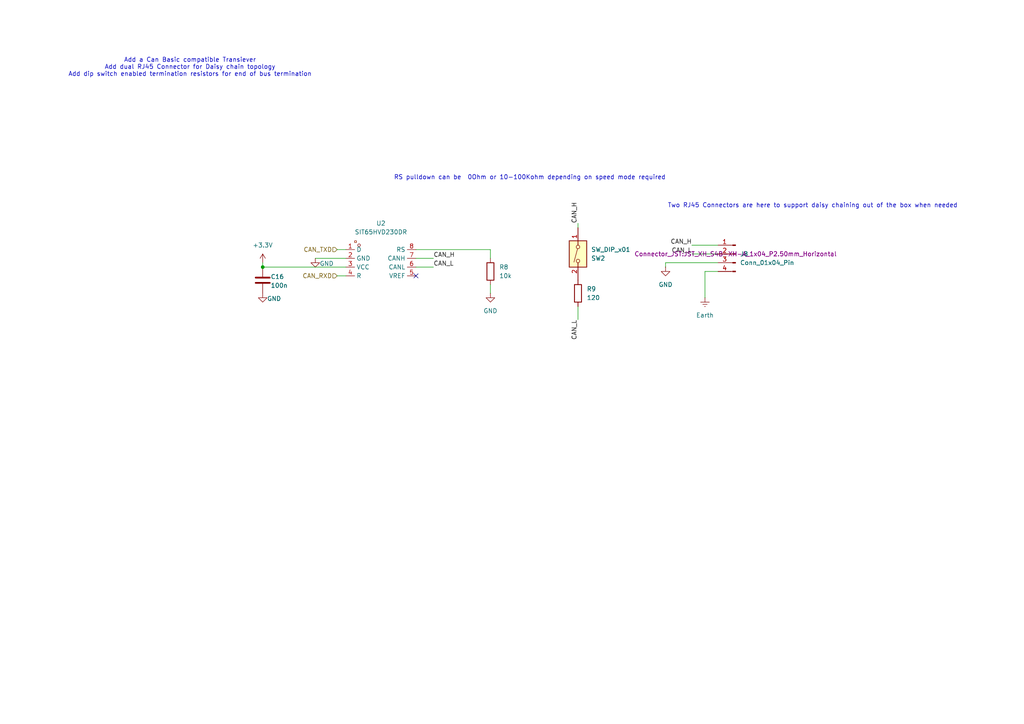
<source format=kicad_sch>
(kicad_sch (version 20250114) (generator "eeschema") (generator_version "9.0")
  (paper "A4")
  (lib_symbols
    (symbol "Connector:Conn_01x04_Pin" (pin_names (offset 1.016) (hide yes))
      (property "Reference" "J" (at 0 5.08 0))
      (property "Value" "Conn_01x04_Pin" (at 0 -7.62 0))
      (symbol "Conn_01x04_Pin_1_1"
        (rectangle (start 0.8636 2.667) (end 0 2.413) (stroke (width 0.1524)) (fill (type outline)))
        (rectangle (start 0.8636 0.127) (end 0 -0.127) (stroke (width 0.1524)) (fill (type outline)))
        (rectangle (start 0.8636 -2.413) (end 0 -2.667) (stroke (width 0.1524)) (fill (type outline)))
        (rectangle (start 0.8636 -4.953) (end 0 -5.207) (stroke (width 0.1524)) (fill (type outline)))
        (polyline (pts (xy 1.27 2.54) (xy 0.8636 2.54)) (stroke (width 0.1524)))
        (polyline (pts (xy 1.27 0) (xy 0.8636 0)) (stroke (width 0.1524)))
        (polyline (pts (xy 1.27 -2.54) (xy 0.8636 -2.54)) (stroke (width 0.1524)))
        (polyline (pts (xy 1.27 -5.08) (xy 0.8636 -5.08)) (stroke (width 0.1524)))
        (pin passive line (at 5.08 2.54 180) (length 3.81) (name "Pin_1") (number "1"))
        (pin passive line (at 5.08 0 180) (length 3.81) (name "Pin_2") (number "2"))
        (pin passive line (at 5.08 -2.54 180) (length 3.81) (name "Pin_3") (number "3"))
        (pin passive line (at 5.08 -5.08 180) (length 3.81) (name "Pin_4") (number "4"))
      )
    )
    (symbol "Device:C" (pin_numbers (hide yes)) (pin_names (offset 0.254))
      (property "Reference" "C" (at 0.635 2.54 0))
      (property "Value" "C" (at 0.635 -2.54 0))
      (symbol "C_0_1"
        (polyline (pts (xy -2.032 0.762) (xy 2.032 0.762)) (stroke (width 0.508)))
        (polyline (pts (xy -2.032 -0.762) (xy 2.032 -0.762)) (stroke (width 0.508)))
      )
      (symbol "C_1_1"
        (pin passive line (at 0 3.81 270) (length 2.794) (name "~") (number "1"))
        (pin passive line (at 0 -3.81 90) (length 2.794) (name "~") (number "2"))
      )
    )
    (symbol "Device:R" (pin_numbers (hide yes)) (pin_names (offset 0))
      (property "Reference" "R" (at 2.032 0 90))
      (property "Value" "R" (at 0 0 90))
      (symbol "R_0_1"
        (rectangle (start -1.016 -2.54) (end 1.016 2.54) (stroke (width 0.254)))
      )
      (symbol "R_1_1"
        (pin passive line (at 0 3.81 270) (length 1.27) (name "~") (number "1"))
        (pin passive line (at 0 -3.81 90) (length 1.27) (name "~") (number "2"))
      )
    )
    (symbol "EasyEDA:SIT65HVD230DR"
      (property "Reference" "U" (at 0 10.16 0))
      (property "Value" "SIT65HVD230DR" (at 0 -7.62 0))
      (symbol "SIT65HVD230DR_0_1"
        (rectangle (start -7.62 7.62) (end -7.11 7.11) (fill (type background)))
        (circle (center -6.35 6.35) (radius 0.38))
        (pin unspecified line (at -10.16 5.08 0) (length 2.54) (name "D") (number "1"))
        (pin unspecified line (at -10.16 2.54 0) (length 2.54) (name "GND") (number "2"))
        (pin unspecified line (at -10.16 0 0) (length 2.54) (name "VCC") (number "3"))
        (pin unspecified line (at -10.16 -2.54 0) (length 2.54) (name "R") (number "4"))
        (pin unspecified line (at 10.16 5.08 180) (length 2.54) (name "RS") (number "8"))
        (pin unspecified line (at 10.16 2.54 180) (length 2.54) (name "CANH") (number "7"))
        (pin unspecified line (at 10.16 0 180) (length 2.54) (name "CANL") (number "6"))
        (pin unspecified line (at 10.16 -2.54 180) (length 2.54) (name "VREF") (number "5"))
      )
    )
    (symbol "Switch:SW_DIP_x01" (pin_names (offset 0) (hide yes))
      (property "Reference" "SW" (at 0 3.81 0))
      (property "Value" "SW_DIP_x01" (at 0 -3.81 0))
      (symbol "SW_DIP_x01_0_0"
        (circle (center -2.032 0) (radius 0.508))
        (polyline (pts (xy -1.524 0.127) (xy 2.3622 1.1684)))
        (circle (center 2.032 0) (radius 0.508))
      )
      (symbol "SW_DIP_x01_0_1"
        (rectangle (start -3.81 2.54) (end 3.81 -2.54) (stroke (width 0.254)) (fill (type background)))
      )
      (symbol "SW_DIP_x01_1_1"
        (pin passive line (at -7.62 0 0) (length 5.08) (name "~") (number "1"))
        (pin passive line (at 7.62 0 180) (length 5.08) (name "~") (number "2"))
      )
    )
    (symbol "power:+3.3V" (power) (pin_numbers (hide yes)) (pin_names (offset 0) (hide yes))
      (property "Value" "+3.3V" (at 0 3.556 0))
      (symbol "+3.3V_0_1"
        (polyline (pts (xy -0.762 1.27) (xy 0 2.54)))
        (polyline (pts (xy 0 2.54) (xy 0.762 1.27)))
        (polyline (pts (xy 0 0) (xy 0 2.54)))
      )
      (symbol "+3.3V_1_1"
        (pin power_in line (at 0 0 90) (length 0) (name "~") (number "1"))
      )
    )
    (symbol "power:Earth" (power) (pin_numbers (hide yes)) (pin_names (offset 0) (hide yes))
      (property "Value" "Earth" (at 0 -3.81 0))
      (symbol "Earth_0_1"
        (polyline (pts (xy -0.635 -1.905) (xy 0.635 -1.905)))
        (polyline (pts (xy -0.127 -2.54) (xy 0.127 -2.54)))
        (polyline (pts (xy 0 -1.27) (xy 0 0)))
        (polyline (pts (xy 1.27 -1.27) (xy -1.27 -1.27)))
      )
      (symbol "Earth_1_1"
        (pin power_in line (at 0 0 270) (length 0) (name "~") (number "1"))
      )
    )
    (symbol "power:GND" (power) (pin_numbers (hide yes)) (pin_names (offset 0) (hide yes))
      (property "Value" "GND" (at 0 -3.81 0))
      (symbol "GND_0_1"
        (polyline (pts (xy 0 0) (xy 0 -1.27) (xy 1.27 -1.27) (xy 0 -2.54) (xy -1.27 -1.27) (xy 0 -1.27)))
      )
      (symbol "GND_1_1"
        (pin power_in line (at 0 0 270) (length 0) (name "~") (number "1"))
      )
    )
  )
  (text "Add a Can Basic compatible Transiever\nAdd dual RJ45 Connector for Daisy chain topology\nAdd dip switch enabled termination resistors for end of bus termination\n\n" (at 55.118 20.574 0) (effects (font (size 1.27 1.27))))
  (text "RS pulldown can be  0Ohm or 10-100Kohm depending on speed mode required\n" (at 153.67 51.562 0) (effects (font (size 1.27 1.27))))
  (text "Two RJ45 Connectors are here to support daisy chaining out of the box when needed" (at 235.712 59.69 0) (effects (font (size 1.27 1.27))))
  (junction (at 76.2 77.47))
  (no_connect (at 120.65 80.01))
  (wire (pts (xy 200.66 71.12) (xy 208.28 71.12)))
  (wire (pts (xy 193.04 76.2) (xy 208.28 76.2)))
  (wire (pts (xy 76.2 76.2) (xy 76.2 77.47)))
  (wire (pts (xy 167.64 64.77) (xy 167.64 66.04)))
  (wire (pts (xy 97.79 80.01) (xy 100.33 80.01)))
  (wire (pts (xy 120.65 72.39) (xy 142.24 72.39)))
  (wire (pts (xy 120.65 77.47) (xy 125.73 77.47)))
  (wire (pts (xy 120.65 74.93) (xy 125.73 74.93)))
  (wire (pts (xy 193.04 77.47) (xy 193.04 76.2)))
  (wire (pts (xy 204.47 78.74) (xy 208.28 78.74)))
  (wire (pts (xy 204.47 86.36) (xy 204.47 78.74)))
  (wire (pts (xy 76.2 77.47) (xy 100.33 77.47)))
  (wire (pts (xy 200.66 73.66) (xy 208.28 73.66)))
  (wire (pts (xy 167.64 88.9) (xy 167.64 92.71)))
  (wire (pts (xy 91.44 74.93) (xy 100.33 74.93)))
  (wire (pts (xy 142.24 85.09) (xy 142.24 82.55)))
  (wire (pts (xy 142.24 74.93) (xy 142.24 72.39)))
  (wire (pts (xy 97.79 72.39) (xy 100.33 72.39)))
  (label "CAN_L" (at 167.64 92.71 270))
  (label "CAN_H" (at 125.73 74.93 0))
  (label "CAN_H" (at 200.66 71.12 180))
  (label "CAN_L" (at 200.66 73.66 180))
  (label "CAN_L" (at 125.73 77.47 0))
  (label "CAN_H" (at 167.64 64.77 90))
  (hierarchical_label "CAN_RXD" (shape input) (at 97.79 80.01 180))
  (hierarchical_label "CAN_TXD" (shape input) (at 97.79 72.39 180))
  (symbol (lib_id "power:GND") (at 91.44 74.93 0) (unit 1)
    (property "Reference" "#PWR027" (effects (hide yes)))
    (property "Value" "GND" (at 94.742 76.454 0))
    (property "Description" "Power symbol creates a global label with name \"GND\" , ground" (effects (hide yes)))
  )
  (symbol (lib_id "power:GND") (at 193.04 77.47 0) (unit 1)
    (property "Reference" "#PWR029" (effects (hide yes)))
    (property "Value" "GND" (at 193.04 82.55 0))
    (property "Description" "Power symbol creates a global label with name \"GND\" , ground" (effects (hide yes)))
  )
  (symbol (lib_id "EasyEDA:SIT65HVD230DR") (at 110.49 77.47 0) (unit 1)
    (property "Reference" "U2" (at 110.49 64.77 0))
    (property "Value" "SIT65HVD230DR" (at 110.49 67.31 0))
    (property "Footprint" "EasyEDA:SOP-8_L4.9-W3.9-P1.27-LS6.0-BL" (effects (hide yes)))
    (property "Datasheet" "https://lcsc.com/product-detail/New-Arrivals_SIT-SIT65HVD230DR_C496619.html" (effects (hide yes)))
    (property "LCSC Part" "C496619" (effects (hide yes)))
  )
  (symbol (lib_id "power:+3.3V") (at 76.2 76.2 0) (unit 1)
    (property "Reference" "#PWR025" (effects (hide yes)))
    (property "Value" "+3.3V" (at 76.2 71.12 0))
    (property "Description" "Power symbol creates a global label with name \"+3.3V\"" (effects (hide yes)))
  )
  (symbol (lib_id "Device:R") (at 167.64 85.09 0) (unit 1)
    (property "Reference" "R9" (at 170.18 83.8199 0) (effects (justify left)))
    (property "Value" "120" (at 170.18 86.3599 0) (effects (justify left)))
    (property "Footprint" "Resistor_SMD:R_1210_3225Metric" (effects (hide yes)))
    (property "Description" "Resistor" (effects (hide yes)))
  )
  (symbol (lib_id "Device:C") (at 76.2 81.28 0) (unit 1)
    (property "Reference" "C16" (at 78.486 80.264 0) (effects (justify left)))
    (property "Value" "100n" (at 78.486 82.804 0) (effects (justify left)))
    (property "Footprint" "Capacitor_SMD:C_1206_3216Metric_Pad1.33x1.80mm_HandSolder" (effects (hide yes)))
    (property "Description" "Unpolarized capacitor" (effects (hide yes)))
  )
  (symbol (lib_id "power:GND") (at 142.24 85.09 0) (unit 1)
    (property "Reference" "#PWR028" (effects (hide yes)))
    (property "Value" "GND" (at 142.24 90.17 0))
    (property "Description" "Power symbol creates a global label with name \"GND\" , ground" (effects (hide yes)))
  )
  (symbol (lib_id "power:GND") (at 76.2 85.09 0) (unit 1)
    (property "Reference" "#PWR026" (effects (hide yes)))
    (property "Value" "GND" (at 79.502 86.614 0))
    (property "Description" "Power symbol creates a global label with name \"GND\" , ground" (effects (hide yes)))
  )
  (symbol (lib_id "power:Earth") (at 204.47 86.36 0) (unit 1)
    (property "Reference" "#PWR031" (effects (hide yes)))
    (property "Value" "Earth" (at 204.47 91.44 0))
    (property "Description" "Power symbol creates a global label with name \"Earth\"" (effects (hide yes)))
  )
  (symbol (lib_id "Connector:Conn_01x04_Pin") (at 213.36 73.66 0) (mirror y) (unit 1)
    (property "Reference" "J8" (at 214.63 73.6599 0) (effects (justify right)))
    (property "Value" "Conn_01x04_Pin" (at 214.63 76.1999 0) (effects (justify right)))
    (property "Footprint" "Connector_JST:JST_XH_S4B-XH-A_1x04_P2.50mm_Horizontal" (at 213.36 73.66 0))
    (property "Description" "Generic connector, single row, 01x04, script generated" (effects (hide yes)))
  )
  (symbol (lib_id "Switch:SW_DIP_x01") (at 167.64 73.66 90) (mirror x) (unit 1)
    (property "Reference" "SW2" (at 171.45 74.9301 90) (effects (justify right)))
    (property "Value" "SW_DIP_x01" (at 171.45 72.3901 90) (effects (justify right)))
    (property "Footprint" "Button_Switch_SMD:SW_DIP_SPSTx01_Slide_6.7x4.1mm_W8.61mm_P2.54mm_LowProfile" (effects (hide yes)))
    (property "Description" "1x DIP Switch, Single Pole Single Throw (SPST) switch, small symbol" (effects (hide yes)))
  )
  (symbol (lib_id "Device:R") (at 142.24 78.74 0) (unit 1)
    (property "Reference" "R8" (at 144.78 77.4699 0) (effects (justify left)))
    (property "Value" "10k" (at 144.78 80.0099 0) (effects (justify left)))
    (property "Footprint" "Resistor_SMD:R_1206_3216Metric_Pad1.30x1.75mm_HandSolder" (effects (hide yes)))
    (property "Description" "Resistor" (effects (hide yes)))
  )
)
</source>
